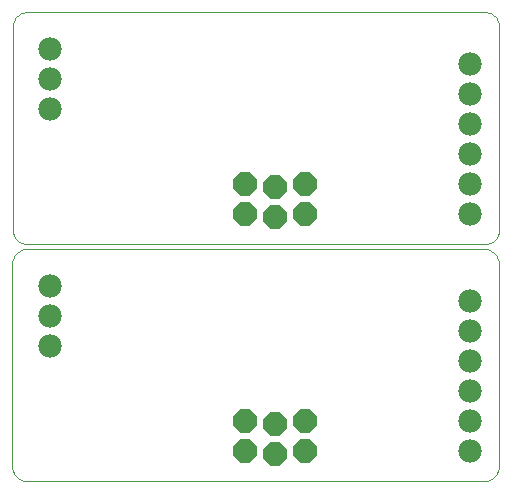
<source format=gbs>
G75*
G70*
%OFA0B0*%
%FSLAX24Y24*%
%IPPOS*%
%LPD*%
%AMOC8*
5,1,8,0,0,1.08239X$1,22.5*
%
%ADD10C,0.0000*%
%ADD11OC8,0.0780*%
%ADD12C,0.0780*%
D10*
X000800Y000550D02*
X016020Y000550D01*
X016064Y000552D01*
X016107Y000558D01*
X016149Y000567D01*
X016191Y000580D01*
X016231Y000597D01*
X016270Y000617D01*
X016307Y000640D01*
X016341Y000667D01*
X016374Y000696D01*
X016403Y000729D01*
X016430Y000763D01*
X016453Y000800D01*
X016473Y000839D01*
X016490Y000879D01*
X016503Y000921D01*
X016512Y000963D01*
X016518Y001006D01*
X016520Y001050D01*
X016520Y007796D01*
X016518Y007840D01*
X016512Y007883D01*
X016503Y007925D01*
X016490Y007967D01*
X016473Y008007D01*
X016453Y008046D01*
X016430Y008083D01*
X016403Y008117D01*
X016374Y008150D01*
X016341Y008179D01*
X016307Y008206D01*
X016270Y008229D01*
X016231Y008249D01*
X016191Y008266D01*
X016149Y008279D01*
X016107Y008288D01*
X016064Y008294D01*
X016020Y008296D01*
X000800Y008296D01*
X000818Y008446D02*
X016039Y008446D01*
X016083Y008448D01*
X016126Y008454D01*
X016168Y008463D01*
X016210Y008476D01*
X016250Y008493D01*
X016289Y008513D01*
X016326Y008536D01*
X016360Y008563D01*
X016393Y008592D01*
X016422Y008625D01*
X016449Y008659D01*
X016472Y008696D01*
X016492Y008735D01*
X016509Y008775D01*
X016522Y008817D01*
X016531Y008859D01*
X016537Y008902D01*
X016539Y008946D01*
X016539Y015692D01*
X016537Y015736D01*
X016531Y015779D01*
X016522Y015821D01*
X016509Y015863D01*
X016492Y015903D01*
X016472Y015942D01*
X016449Y015979D01*
X016422Y016013D01*
X016393Y016046D01*
X016360Y016075D01*
X016326Y016102D01*
X016289Y016125D01*
X016250Y016145D01*
X016210Y016162D01*
X016168Y016175D01*
X016126Y016184D01*
X016083Y016190D01*
X016039Y016192D01*
X000818Y016192D01*
X000774Y016190D01*
X000731Y016184D01*
X000689Y016175D01*
X000647Y016162D01*
X000607Y016145D01*
X000568Y016125D01*
X000531Y016102D01*
X000497Y016075D01*
X000464Y016046D01*
X000435Y016013D01*
X000408Y015979D01*
X000385Y015942D01*
X000365Y015903D01*
X000348Y015863D01*
X000335Y015821D01*
X000326Y015779D01*
X000320Y015736D01*
X000318Y015692D01*
X000318Y008946D01*
X000320Y008902D01*
X000326Y008859D01*
X000335Y008817D01*
X000348Y008775D01*
X000365Y008735D01*
X000385Y008696D01*
X000408Y008659D01*
X000435Y008625D01*
X000464Y008592D01*
X000497Y008563D01*
X000531Y008536D01*
X000568Y008513D01*
X000607Y008493D01*
X000647Y008476D01*
X000689Y008463D01*
X000731Y008454D01*
X000774Y008448D01*
X000818Y008446D01*
X000800Y008296D02*
X000756Y008294D01*
X000713Y008288D01*
X000671Y008279D01*
X000629Y008266D01*
X000589Y008249D01*
X000550Y008229D01*
X000513Y008206D01*
X000479Y008179D01*
X000446Y008150D01*
X000417Y008117D01*
X000390Y008083D01*
X000367Y008046D01*
X000347Y008007D01*
X000330Y007967D01*
X000317Y007925D01*
X000308Y007883D01*
X000302Y007840D01*
X000300Y007796D01*
X000300Y001050D01*
X000302Y001006D01*
X000308Y000963D01*
X000317Y000921D01*
X000330Y000879D01*
X000347Y000839D01*
X000367Y000800D01*
X000390Y000763D01*
X000417Y000729D01*
X000446Y000696D01*
X000479Y000667D01*
X000513Y000640D01*
X000550Y000617D01*
X000589Y000597D01*
X000629Y000580D01*
X000671Y000567D01*
X000713Y000558D01*
X000756Y000552D01*
X000800Y000550D01*
D11*
X008050Y001550D03*
X008050Y002550D03*
X009050Y002450D03*
X010050Y002550D03*
X010050Y001550D03*
X009050Y001450D03*
X009068Y009346D03*
X009068Y010346D03*
X008068Y010446D03*
X008068Y009446D03*
X010068Y009446D03*
X010068Y010446D03*
D12*
X015568Y010446D03*
X015568Y011446D03*
X015568Y012446D03*
X015568Y013446D03*
X015568Y014446D03*
X015568Y009446D03*
X015550Y006550D03*
X015550Y005550D03*
X015550Y004550D03*
X015550Y003550D03*
X015550Y002550D03*
X015550Y001550D03*
X001550Y005050D03*
X001550Y006050D03*
X001550Y007050D03*
X001568Y012946D03*
X001568Y013946D03*
X001568Y014946D03*
M02*

</source>
